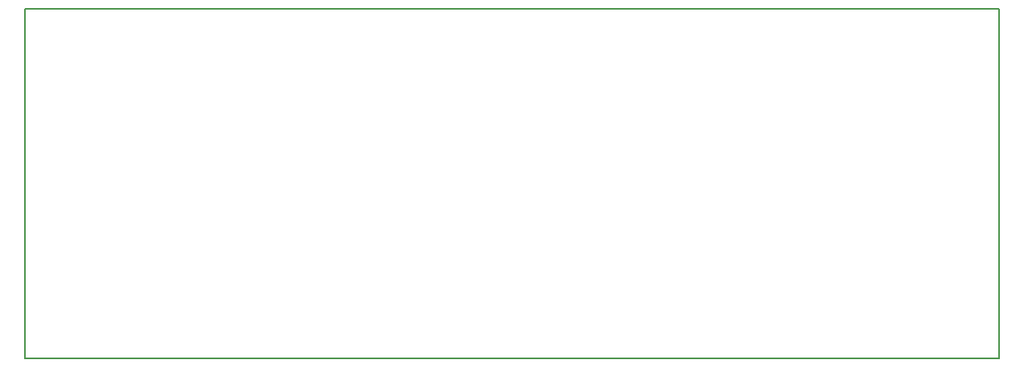
<source format=gbr>
G04 #@! TF.GenerationSoftware,KiCad,Pcbnew,5.1.2*
G04 #@! TF.CreationDate,2020-10-23T15:37:41+02:00*
G04 #@! TF.ProjectId,RC2014 Floppy WD37C65,52433230-3134-4204-966c-6f7070792057,rev?*
G04 #@! TF.SameCoordinates,Original*
G04 #@! TF.FileFunction,Profile,NP*
%FSLAX46Y46*%
G04 Gerber Fmt 4.6, Leading zero omitted, Abs format (unit mm)*
G04 Created by KiCad (PCBNEW 5.1.2) date 2020-10-23 15:37:41*
%MOMM*%
%LPD*%
G04 APERTURE LIST*
%ADD10C,0.150000*%
G04 APERTURE END LIST*
D10*
X97231100Y-123413600D02*
X199771100Y-123413600D01*
X199771100Y-123413600D02*
X199771100Y-86593600D01*
X199771100Y-86593600D02*
X97231100Y-86593600D01*
X97231100Y-86593600D02*
X97231100Y-123413600D01*
M02*

</source>
